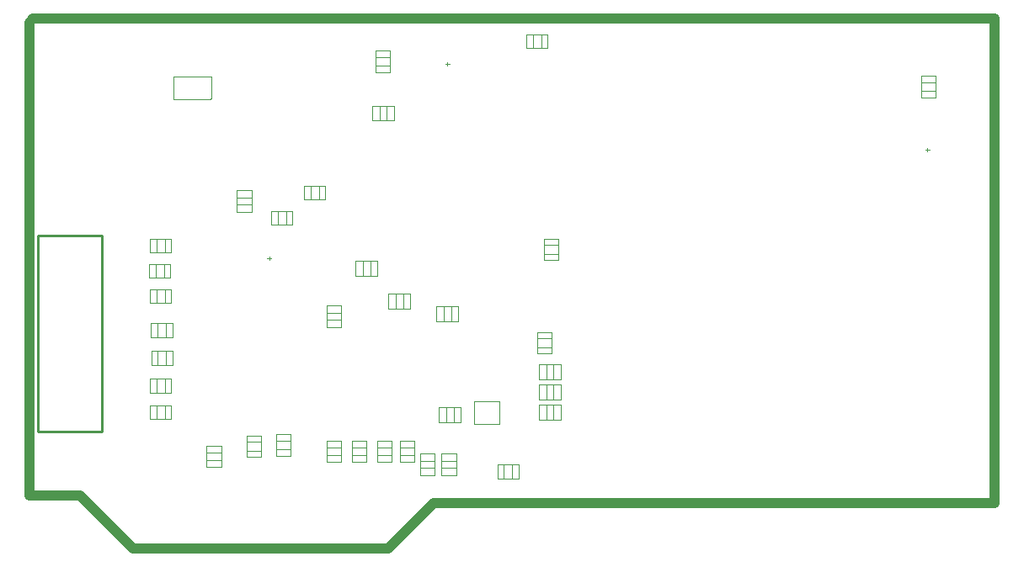
<source format=gm1>
G04*
G04 #@! TF.GenerationSoftware,Altium Limited,Altium Designer,18.1.9 (240)*
G04*
G04 Layer_Color=16711935*
%FSLAX25Y25*%
%MOIN*%
G70*
G01*
G75*
%ADD15C,0.01000*%
%ADD93C,0.03937*%
%ADD94C,0.00197*%
%ADD95C,0.00000*%
%ADD96C,0.00394*%
D15*
X102402Y315681D02*
Y354658D01*
Y315681D02*
X127650D01*
Y393634D01*
X102453D02*
X127650D01*
X102402Y354658D02*
Y393634D01*
D93*
X99000Y478000D02*
X100500Y479500D01*
X99000Y290500D02*
Y478000D01*
Y290500D02*
X119000D01*
X140000Y269500D01*
X241000D01*
X259000Y287500D01*
X481000D01*
Y479500D01*
X100500D02*
X481000D01*
D94*
X275142Y318728D02*
Y323453D01*
Y318728D02*
X284984D01*
X275142Y323256D02*
Y327980D01*
X284984Y323256D02*
Y327980D01*
Y318728D02*
Y323453D01*
X275142Y327980D02*
X284984D01*
D95*
X300700Y336600D02*
Y342400D01*
X303600D02*
X306400D01*
X309300Y336600D02*
Y342400D01*
X303600Y336600D02*
X306400D01*
Y342400D02*
X309300D01*
X306400Y336600D02*
X309300D01*
X306400D02*
Y342400D01*
X300700Y336600D02*
X303600D01*
X300700Y342400D02*
X303600D01*
Y336600D02*
Y342400D01*
X300700Y328600D02*
Y334400D01*
X303600D02*
X306400D01*
X309300Y328600D02*
Y334400D01*
X303600Y328600D02*
X306400D01*
Y334400D02*
X309300D01*
X306400Y328600D02*
X309300D01*
X306400D02*
Y334400D01*
X300700Y328600D02*
X303600D01*
X300700Y334400D02*
X303600D01*
Y328600D02*
Y334400D01*
X300700Y320600D02*
Y326400D01*
X303600D02*
X306400D01*
X309300Y320600D02*
Y326400D01*
X303600Y320600D02*
X306400D01*
Y326400D02*
X309300D01*
X306400Y320600D02*
X309300D01*
X306400D02*
Y326400D01*
X300700Y320600D02*
X303600D01*
X300700Y326400D02*
X303600D01*
Y320600D02*
Y326400D01*
X295800Y467700D02*
Y473300D01*
X298300D02*
X301700D01*
X304200Y467700D02*
Y473300D01*
X298300Y467700D02*
X301700D01*
Y473300D02*
X304200D01*
X301700Y467700D02*
X304200D01*
X301700D02*
Y473300D01*
X295800Y467700D02*
X298300D01*
X295800Y473300D02*
X298300D01*
Y467700D02*
Y473300D01*
X452200Y450800D02*
X457800D01*
X452200Y448300D02*
Y450800D01*
X457800Y448300D02*
Y450800D01*
X452200Y454200D02*
X457800D01*
Y456700D01*
X452200Y454200D02*
Y456700D01*
X457800Y450800D02*
Y454200D01*
X452200Y456700D02*
X457800D01*
X452200Y450800D02*
Y454200D01*
Y448300D02*
X457800D01*
X185200Y305800D02*
X190800D01*
X185200Y308300D02*
Y311700D01*
Y314200D02*
X190800D01*
Y308300D02*
Y311700D01*
X185200D02*
Y314200D01*
X190800Y311700D02*
Y314200D01*
X185200Y311700D02*
X190800D01*
Y305800D02*
Y308300D01*
X185200Y305800D02*
Y308300D01*
X190800D01*
X292700Y297200D02*
Y302800D01*
X286800Y297200D02*
X290200D01*
X284300D02*
Y302800D01*
X286800D02*
X290200D01*
X284300Y297200D02*
X286800D01*
X284300Y302800D02*
X286800D01*
Y297200D02*
Y302800D01*
X290200D02*
X292700D01*
X290200Y297200D02*
X292700D01*
X290200D02*
Y302800D01*
X261200Y319600D02*
Y325400D01*
X264100D02*
X266900D01*
X269800Y319600D02*
Y325400D01*
X264100Y319600D02*
X266900D01*
Y325400D02*
X269800D01*
X266900Y319600D02*
X269800D01*
X266900D02*
Y325400D01*
X261200Y319600D02*
X264100D01*
X261200Y325400D02*
X264100D01*
Y319600D02*
Y325400D01*
X249800Y364600D02*
Y370400D01*
X244100Y364600D02*
X246900D01*
X241200D02*
Y370400D01*
X244100D02*
X246900D01*
X241200Y364600D02*
X244100D01*
X241200Y370400D02*
X244100D01*
Y364600D02*
Y370400D01*
X246900D02*
X249800D01*
X246900Y364600D02*
X249800D01*
X246900D02*
Y370400D01*
X228200Y377600D02*
Y383400D01*
X231100D02*
X233900D01*
X236800Y377600D02*
Y383400D01*
X231100Y377600D02*
X233900D01*
Y383400D02*
X236800D01*
X233900Y377600D02*
X236800D01*
X233900D02*
Y383400D01*
X228200Y377600D02*
X231100D01*
X228200Y383400D02*
X231100D01*
Y377600D02*
Y383400D01*
X236200Y460800D02*
X241800D01*
X236200Y458300D02*
Y460800D01*
X241800Y458300D02*
Y460800D01*
X236200Y464200D02*
X241800D01*
Y466700D01*
X236200Y464200D02*
Y466700D01*
X241800Y460800D02*
Y464200D01*
X236200Y466700D02*
X241800D01*
X236200Y460800D02*
Y464200D01*
Y458300D02*
X241800D01*
X262100Y298500D02*
X267900D01*
X262100Y301400D02*
Y304200D01*
Y307100D02*
X267900D01*
Y301400D02*
Y304200D01*
X262100D02*
Y307100D01*
X267900Y304200D02*
Y307100D01*
X262100Y304200D02*
X267900D01*
Y298500D02*
Y301400D01*
X262100Y298500D02*
Y301400D01*
X267900D01*
X253600Y298500D02*
X259400D01*
X253600Y301400D02*
Y304200D01*
Y307100D02*
X259400D01*
Y301400D02*
Y304200D01*
X253600D02*
Y307100D01*
X259400Y304200D02*
Y307100D01*
X253600Y304200D02*
X259400D01*
Y298500D02*
Y301400D01*
X253600Y298500D02*
Y301400D01*
X259400D01*
X245600Y303700D02*
X251400D01*
X245600Y306600D02*
Y309400D01*
Y312300D02*
X251400D01*
Y306600D02*
Y309400D01*
X245600D02*
Y312300D01*
X251400Y309400D02*
Y312300D01*
X245600Y309400D02*
X251400D01*
Y303700D02*
Y306600D01*
X245600Y303700D02*
Y306600D01*
X251400D01*
X236600Y303700D02*
X242400D01*
X236600Y306600D02*
Y309400D01*
Y312300D02*
X242400D01*
Y306600D02*
Y309400D01*
X236600D02*
Y312300D01*
X242400Y309400D02*
Y312300D01*
X236600Y309400D02*
X242400D01*
Y303700D02*
Y306600D01*
X236600Y303700D02*
Y306600D01*
X242400D01*
X226600Y303700D02*
X232400D01*
X226600Y306600D02*
Y309400D01*
Y312300D02*
X232400D01*
Y306600D02*
Y309400D01*
X226600D02*
Y312300D01*
X232400Y309400D02*
Y312300D01*
X226600Y309400D02*
X232400D01*
Y303700D02*
Y306600D01*
X226600Y303700D02*
Y306600D01*
X232400D01*
X216600Y303700D02*
X222400D01*
X216600Y306600D02*
Y309400D01*
Y312300D02*
X222400D01*
Y306600D02*
Y309400D01*
X216600D02*
Y312300D01*
X222400Y309400D02*
Y312300D01*
X216600Y309400D02*
X222400D01*
Y303700D02*
Y306600D01*
X216600Y303700D02*
Y306600D01*
X222400D01*
X146800Y320700D02*
Y326300D01*
X149300D02*
X152700D01*
X155200Y320700D02*
Y326300D01*
X149300Y320700D02*
X152700D01*
Y326300D02*
X155200D01*
X152700Y320700D02*
X155200D01*
X152700D02*
Y326300D01*
X146800Y320700D02*
X149300D01*
X146800Y326300D02*
X149300D01*
Y320700D02*
Y326300D01*
X146800Y331200D02*
Y336800D01*
X149300D02*
X152700D01*
X155200Y331200D02*
Y336800D01*
X149300Y331200D02*
X152700D01*
Y336800D02*
X155200D01*
X152700Y331200D02*
X155200D01*
X152700D02*
Y336800D01*
X146800Y331200D02*
X149300D01*
X146800Y336800D02*
X149300D01*
Y331200D02*
Y336800D01*
X147300Y342200D02*
Y347800D01*
X149800D02*
X153200D01*
X155700Y342200D02*
Y347800D01*
X149800Y342200D02*
X153200D01*
Y347800D02*
X155700D01*
X153200Y342200D02*
X155700D01*
X153200D02*
Y347800D01*
X147300Y342200D02*
X149800D01*
X147300Y347800D02*
X149800D01*
Y342200D02*
Y347800D01*
X147200Y353200D02*
Y358800D01*
X149700D02*
X153100D01*
X155600Y353200D02*
Y358800D01*
X149700Y353200D02*
X153100D01*
Y358800D02*
X155600D01*
X153100Y353200D02*
X155600D01*
X153100D02*
Y358800D01*
X147200Y353200D02*
X149700D01*
X147200Y358800D02*
X149700D01*
Y353200D02*
Y358800D01*
X146800Y366700D02*
Y372300D01*
X149300D02*
X152700D01*
X155200Y366700D02*
Y372300D01*
X149300Y366700D02*
X152700D01*
Y372300D02*
X155200D01*
X152700Y366700D02*
X155200D01*
X152700D02*
Y372300D01*
X146800Y366700D02*
X149300D01*
X146800Y372300D02*
X149300D01*
Y366700D02*
Y372300D01*
X146400Y376700D02*
Y382300D01*
X148900D02*
X152300D01*
X154800Y376700D02*
Y382300D01*
X148900Y376700D02*
X152300D01*
Y382300D02*
X154800D01*
X152300Y376700D02*
X154800D01*
X152300D02*
Y382300D01*
X146400Y376700D02*
X148900D01*
X146400Y382300D02*
X148900D01*
Y376700D02*
Y382300D01*
X216200Y407700D02*
Y413300D01*
X210300Y407700D02*
X213700D01*
X207800D02*
Y413300D01*
X210300D02*
X213700D01*
X207800Y407700D02*
X210300D01*
X207800Y413300D02*
X210300D01*
Y407700D02*
Y413300D01*
X213700D02*
X216200D01*
X213700Y407700D02*
X216200D01*
X213700D02*
Y413300D01*
X181100Y405800D02*
X186900D01*
X181100Y402900D02*
Y405800D01*
X186900Y402900D02*
Y405800D01*
X181100Y408600D02*
X186900D01*
Y411500D01*
X181100Y408600D02*
Y411500D01*
X186900Y405800D02*
Y408600D01*
X181100Y411500D02*
X186900D01*
X181100Y405800D02*
Y408600D01*
Y402900D02*
X186900D01*
X237600Y439076D02*
Y444876D01*
X234700D02*
X237600D01*
X234700Y439076D02*
X237600D01*
X240400D02*
Y444876D01*
Y439076D02*
X243300D01*
X240400Y444876D02*
X243300D01*
X237600Y439076D02*
X240400D01*
X243300D02*
Y444876D01*
X237600D02*
X240400D01*
X234700Y439076D02*
Y444876D01*
X197261Y397700D02*
Y403300D01*
X194761D02*
X197261D01*
X194761Y397700D02*
X197261D01*
X200661D02*
Y403300D01*
Y397700D02*
X203161D01*
X200661Y403300D02*
X203161D01*
X197261Y397700D02*
X200661D01*
X203161D02*
Y403300D01*
X197261D02*
X200661D01*
X194761Y397700D02*
Y403300D01*
X169100Y304600D02*
X174900D01*
X169100Y301700D02*
Y304600D01*
X174900Y301700D02*
Y304600D01*
X169100Y307400D02*
X174900D01*
Y310300D01*
X169100Y307400D02*
Y310300D01*
X174900Y304600D02*
Y307400D01*
X169100Y310300D02*
X174900D01*
X169100Y304600D02*
Y307400D01*
Y301700D02*
X174900D01*
X302700Y386300D02*
X308300D01*
X302700Y383800D02*
Y386300D01*
X308300Y383800D02*
Y386300D01*
X302700Y389700D02*
X308300D01*
Y392200D01*
X302700Y389700D02*
Y392200D01*
X308300Y386300D02*
Y389700D01*
X302700Y392200D02*
X308300D01*
X302700Y386300D02*
Y389700D01*
Y383800D02*
X308300D01*
X263100Y359600D02*
Y365400D01*
X260200D02*
X263100D01*
X260200Y359600D02*
X263100D01*
X265900D02*
Y365400D01*
Y359600D02*
X268800D01*
X265900Y365400D02*
X268800D01*
X263100Y359600D02*
X265900D01*
X268800D02*
Y365400D01*
X263100D02*
X265900D01*
X260200Y359600D02*
Y365400D01*
X149300Y386700D02*
Y392300D01*
X146800D02*
X149300D01*
X146800Y386700D02*
X149300D01*
X152700D02*
Y392300D01*
Y386700D02*
X155200D01*
X152700Y392300D02*
X155200D01*
X149300Y386700D02*
X152700D01*
X155200D02*
Y392300D01*
X149300D02*
X152700D01*
X146800Y386700D02*
Y392300D01*
X300200Y349300D02*
X305800D01*
X300200Y346800D02*
Y349300D01*
X305800Y346800D02*
Y349300D01*
X300200Y352700D02*
X305800D01*
Y355200D01*
X300200Y352700D02*
Y355200D01*
X305800Y349300D02*
Y352700D01*
X300200Y355200D02*
X305800D01*
X300200Y349300D02*
Y352700D01*
Y346800D02*
X305800D01*
X216600Y362900D02*
X222400D01*
Y365800D01*
X216600Y362900D02*
Y365800D01*
Y360100D02*
X222400D01*
X216600Y357200D02*
Y360100D01*
X222400Y357200D02*
Y360100D01*
X216600D02*
Y362900D01*
Y357200D02*
X222400D01*
Y360100D02*
Y362900D01*
X216600Y365800D02*
X222400D01*
X196700Y312200D02*
X202300D01*
Y314700D01*
X196700Y312200D02*
Y314700D01*
Y308800D02*
X202300D01*
X196700Y306300D02*
Y308800D01*
X202300Y306300D02*
Y308800D01*
X196700D02*
Y312200D01*
Y306300D02*
X202300D01*
Y308800D02*
Y312200D01*
X196700Y314700D02*
X202300D01*
D96*
X454500Y426713D02*
Y428287D01*
X453713Y427500D02*
X455287D01*
X264500Y460713D02*
Y462287D01*
X263713Y461500D02*
X265287D01*
X156000Y447500D02*
Y456500D01*
X171000D01*
Y448000D02*
Y456500D01*
X170500Y447500D02*
X171000Y448000D01*
X156000Y447500D02*
X170500D01*
X194000Y383713D02*
Y385287D01*
X193213Y384500D02*
X194787D01*
M02*

</source>
